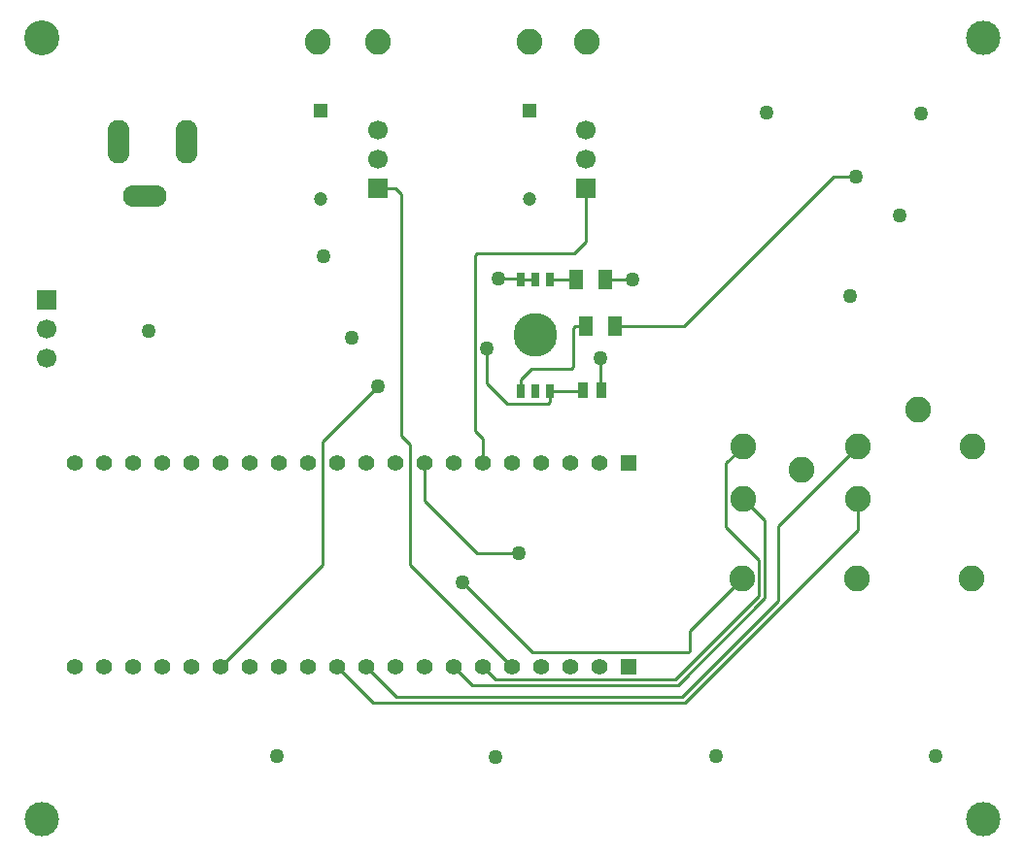
<source format=gbl>
G04*
G04 #@! TF.GenerationSoftware,Altium Limited,Altium Designer,24.2.2 (26)*
G04*
G04 Layer_Physical_Order=4*
G04 Layer_Color=16711680*
%FSLAX25Y25*%
%MOIN*%
G70*
G04*
G04 #@! TF.SameCoordinates,004D1183-16E1-436D-8927-E0D308D58255*
G04*
G04*
G04 #@! TF.FilePolarity,Positive*
G04*
G01*
G75*
%ADD14C,0.01000*%
%ADD33C,0.04724*%
%ADD34R,0.04724X0.04724*%
%ADD38C,0.11811*%
%ADD39C,0.12000*%
%ADD41R,0.06693X0.06693*%
%ADD42C,0.06693*%
%ADD43C,0.14961*%
%ADD44C,0.05543*%
%ADD45R,0.05543X0.05543*%
%ADD46O,0.07480X0.14961*%
%ADD47O,0.14961X0.07480*%
%ADD48R,0.06693X0.06693*%
%ADD49C,0.05000*%
%ADD50C,0.08858*%
%ADD67R,0.02500X0.05000*%
%ADD68R,0.04739X0.06528*%
%ADD69R,0.03567X0.05180*%
D14*
X147000Y125000D02*
Y138000D01*
Y125000D02*
X165000Y107000D01*
X179500D01*
X178735Y107765D02*
X179500Y107000D01*
X184000Y73000D02*
X237414D01*
X160000Y97000D02*
X184000Y73000D01*
X238000Y73586D02*
Y80520D01*
X237414Y73000D02*
X238000Y73586D01*
Y80520D02*
X255906Y98425D01*
X77000Y68000D02*
X112000Y103000D01*
Y145500D01*
X131000Y164500D01*
X172500Y201500D02*
X179791D01*
X180000Y201291D01*
X185000D01*
X168500Y165500D02*
Y177500D01*
Y165500D02*
X175500Y158500D01*
X164500Y209414D02*
X165086Y210000D01*
X164500Y149000D02*
X167000Y146500D01*
X164500Y149000D02*
Y209414D01*
X131000Y232500D02*
X137000D01*
X139000Y147500D02*
Y230500D01*
X137000Y232500D02*
X139000Y230500D01*
Y147500D02*
X142000Y144500D01*
X129272Y55728D02*
X236370D01*
X295776Y115134D01*
Y125925D01*
X117000Y68000D02*
X129272Y55728D01*
X268500Y116650D02*
X295776Y143925D01*
X268500Y90686D02*
Y116650D01*
X235542Y57728D02*
X268500Y90686D01*
X137272Y57728D02*
X235542D01*
X127000Y68000D02*
X137272Y57728D01*
X263835Y91678D02*
Y118496D01*
X233885Y61728D02*
X263835Y91678D01*
X261835Y92506D02*
Y104764D01*
X233057Y63728D02*
X261835Y92506D01*
X163272Y61728D02*
X233885D01*
X171272Y63728D02*
X233057D01*
X250476Y116123D02*
Y137996D01*
X157000Y68000D02*
X163272Y61728D01*
X256405Y125925D02*
X263835Y118496D01*
X250476Y116123D02*
X261835Y104764D01*
X250476Y137996D02*
X256405Y143925D01*
X167000Y68000D02*
X171272Y63728D01*
X167000Y138000D02*
Y146500D01*
X165086Y210000D02*
X198500D01*
X202500Y214000D01*
Y232500D01*
X142000Y103000D02*
X177000Y68000D01*
X142000Y103000D02*
Y144500D01*
X235988Y185042D02*
X287446Y236500D01*
X295000D01*
X189414Y158500D02*
X190000Y159086D01*
X175500Y158500D02*
X189414D01*
X190000Y159086D02*
Y162709D01*
X212522Y185042D02*
X235988D01*
X198586D02*
X202478D01*
X198000Y184457D02*
X198586Y185042D01*
X198000Y171086D02*
Y184457D01*
X183791Y170500D02*
X197414D01*
X198000Y171086D01*
X180000Y166709D02*
X183791Y170500D01*
X180000Y162709D02*
Y166709D01*
X207500Y163055D02*
Y174000D01*
Y163055D02*
X207555Y163000D01*
X190000Y162709D02*
X201153D01*
X201445Y163000D01*
X209022Y201000D02*
X218500D01*
X190000Y201291D02*
X190291Y201000D01*
X198978D01*
D33*
X183000Y228988D02*
D03*
X111500D02*
D03*
D34*
X183000Y259012D02*
D03*
X111500D02*
D03*
D38*
X15748Y15748D02*
D03*
X338583D02*
D03*
Y284299D02*
D03*
D39*
X15748Y284300D02*
D03*
D41*
X131000Y232500D02*
D03*
X202500D02*
D03*
D42*
X131000Y242500D02*
D03*
Y252500D02*
D03*
X202500Y242500D02*
D03*
Y252500D02*
D03*
X17500Y174000D02*
D03*
Y184000D02*
D03*
D43*
X185000Y182000D02*
D03*
D44*
X127000Y68000D02*
D03*
X117000D02*
D03*
X137000D02*
D03*
X147000D02*
D03*
X157000D02*
D03*
X167000D02*
D03*
X177000D02*
D03*
X187000D02*
D03*
X197000D02*
D03*
X207000D02*
D03*
X107000D02*
D03*
X97000D02*
D03*
X87000D02*
D03*
X77000D02*
D03*
X67000D02*
D03*
X57000D02*
D03*
X47000D02*
D03*
X37000D02*
D03*
X27000D02*
D03*
X127000Y138000D02*
D03*
X117000D02*
D03*
X137000D02*
D03*
X147000D02*
D03*
X157000D02*
D03*
X167000D02*
D03*
X177000D02*
D03*
X187000D02*
D03*
X197000D02*
D03*
X207000D02*
D03*
X107000D02*
D03*
X97000D02*
D03*
X87000D02*
D03*
X77000D02*
D03*
X67000D02*
D03*
X57000D02*
D03*
X47000D02*
D03*
X37000D02*
D03*
X27000D02*
D03*
D45*
X217000Y68000D02*
D03*
Y138000D02*
D03*
D46*
X65248Y248500D02*
D03*
X41902D02*
D03*
D47*
X51075Y229878D02*
D03*
D48*
X17500Y194000D02*
D03*
D49*
X179500Y107000D02*
D03*
X160000Y97000D02*
D03*
X172500Y201500D02*
D03*
X131000Y164500D02*
D03*
X168500Y177500D02*
D03*
X317268Y258204D02*
D03*
X52500Y183500D02*
D03*
X293000Y195500D02*
D03*
X295000Y236500D02*
D03*
X207500Y174000D02*
D03*
X218500Y201000D02*
D03*
X310000Y223000D02*
D03*
X322500Y37500D02*
D03*
X247000D02*
D03*
X171500Y37000D02*
D03*
X96500Y37500D02*
D03*
X264500Y258500D02*
D03*
X112500Y209000D02*
D03*
X122000Y181000D02*
D03*
D50*
X295776Y125925D02*
D03*
X255906Y98425D02*
D03*
X256405Y125925D02*
D03*
X334646Y98425D02*
D03*
X276406Y135925D02*
D03*
X316276Y156425D02*
D03*
X295776Y143925D02*
D03*
X335146D02*
D03*
X256405D02*
D03*
X295276Y98425D02*
D03*
X183075Y282965D02*
D03*
X202728D02*
D03*
X131110D02*
D03*
X110425D02*
D03*
D67*
X185000Y162709D02*
D03*
X180000D02*
D03*
X190000D02*
D03*
X185000Y201291D02*
D03*
X190000D02*
D03*
X180000D02*
D03*
D68*
X202478Y185042D02*
D03*
X212522D02*
D03*
X209022Y201000D02*
D03*
X198978D02*
D03*
D69*
X207555Y163000D02*
D03*
X201445D02*
D03*
M02*

</source>
